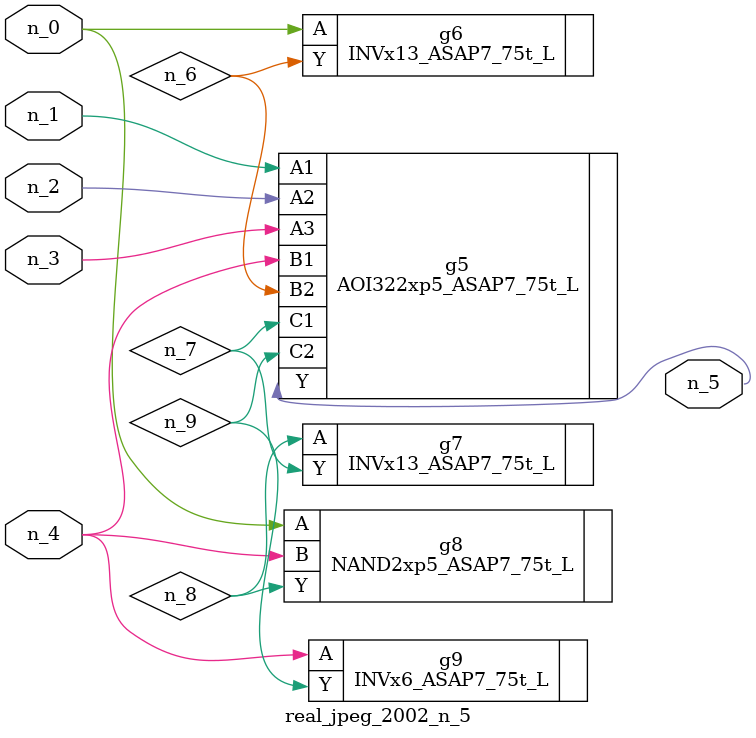
<source format=v>
module real_jpeg_2002_n_5 (n_4, n_0, n_1, n_2, n_3, n_5);

input n_4;
input n_0;
input n_1;
input n_2;
input n_3;

output n_5;

wire n_8;
wire n_6;
wire n_7;
wire n_9;

INVx13_ASAP7_75t_L g6 ( 
.A(n_0),
.Y(n_6)
);

NAND2xp5_ASAP7_75t_L g8 ( 
.A(n_0),
.B(n_4),
.Y(n_8)
);

AOI322xp5_ASAP7_75t_L g5 ( 
.A1(n_1),
.A2(n_2),
.A3(n_3),
.B1(n_4),
.B2(n_6),
.C1(n_7),
.C2(n_9),
.Y(n_5)
);

INVx6_ASAP7_75t_L g9 ( 
.A(n_4),
.Y(n_9)
);

INVx13_ASAP7_75t_L g7 ( 
.A(n_8),
.Y(n_7)
);


endmodule
</source>
